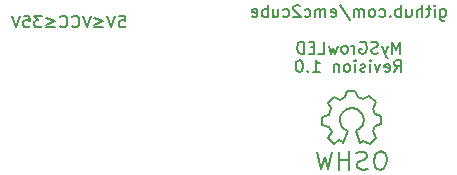
<source format=gbo>
G04 #@! TF.FileFunction,Legend,Bot*
%FSLAX46Y46*%
G04 Gerber Fmt 4.6, Leading zero omitted, Abs format (unit mm)*
G04 Created by KiCad (PCBNEW 4.0.2-stable) date Samedi 23 avril 2016 19:09:36*
%MOMM*%
G01*
G04 APERTURE LIST*
%ADD10C,0.100000*%
%ADD11C,0.150000*%
G04 APERTURE END LIST*
D10*
D11*
X131438095Y-35852381D02*
X131914286Y-35852381D01*
X131961905Y-36328571D01*
X131914286Y-36280952D01*
X131819048Y-36233333D01*
X131580952Y-36233333D01*
X131485714Y-36280952D01*
X131438095Y-36328571D01*
X131390476Y-36423810D01*
X131390476Y-36661905D01*
X131438095Y-36757143D01*
X131485714Y-36804762D01*
X131580952Y-36852381D01*
X131819048Y-36852381D01*
X131914286Y-36804762D01*
X131961905Y-36757143D01*
X131104762Y-35852381D02*
X130771429Y-36852381D01*
X130438095Y-35852381D01*
X129342857Y-36804762D02*
X130104762Y-36804762D01*
X129342857Y-36614286D02*
X130104762Y-36328571D01*
X129342857Y-36042857D01*
X129009524Y-35852381D02*
X128676191Y-36852381D01*
X128342857Y-35852381D01*
X127438095Y-36757143D02*
X127485714Y-36804762D01*
X127628571Y-36852381D01*
X127723809Y-36852381D01*
X127866667Y-36804762D01*
X127961905Y-36709524D01*
X128009524Y-36614286D01*
X128057143Y-36423810D01*
X128057143Y-36280952D01*
X128009524Y-36090476D01*
X127961905Y-35995238D01*
X127866667Y-35900000D01*
X127723809Y-35852381D01*
X127628571Y-35852381D01*
X127485714Y-35900000D01*
X127438095Y-35947619D01*
X126438095Y-36757143D02*
X126485714Y-36804762D01*
X126628571Y-36852381D01*
X126723809Y-36852381D01*
X126866667Y-36804762D01*
X126961905Y-36709524D01*
X127009524Y-36614286D01*
X127057143Y-36423810D01*
X127057143Y-36280952D01*
X127009524Y-36090476D01*
X126961905Y-35995238D01*
X126866667Y-35900000D01*
X126723809Y-35852381D01*
X126628571Y-35852381D01*
X126485714Y-35900000D01*
X126438095Y-35947619D01*
X125247619Y-36804762D02*
X126009524Y-36804762D01*
X125247619Y-36614286D02*
X126009524Y-36328571D01*
X125247619Y-36042857D01*
X124866667Y-35852381D02*
X124247619Y-35852381D01*
X124580953Y-36233333D01*
X124438095Y-36233333D01*
X124342857Y-36280952D01*
X124295238Y-36328571D01*
X124247619Y-36423810D01*
X124247619Y-36661905D01*
X124295238Y-36757143D01*
X124342857Y-36804762D01*
X124438095Y-36852381D01*
X124723810Y-36852381D01*
X124819048Y-36804762D01*
X124866667Y-36757143D01*
X123342857Y-35852381D02*
X123819048Y-35852381D01*
X123866667Y-36328571D01*
X123819048Y-36280952D01*
X123723810Y-36233333D01*
X123485714Y-36233333D01*
X123390476Y-36280952D01*
X123342857Y-36328571D01*
X123295238Y-36423810D01*
X123295238Y-36661905D01*
X123342857Y-36757143D01*
X123390476Y-36804762D01*
X123485714Y-36852381D01*
X123723810Y-36852381D01*
X123819048Y-36804762D01*
X123866667Y-36757143D01*
X123009524Y-35852381D02*
X122676191Y-36852381D01*
X122342857Y-35852381D01*
X158614095Y-35306714D02*
X158614095Y-36116238D01*
X158661714Y-36211476D01*
X158709333Y-36259095D01*
X158804572Y-36306714D01*
X158947429Y-36306714D01*
X159042667Y-36259095D01*
X158614095Y-35925762D02*
X158709333Y-35973381D01*
X158899810Y-35973381D01*
X158995048Y-35925762D01*
X159042667Y-35878143D01*
X159090286Y-35782905D01*
X159090286Y-35497190D01*
X159042667Y-35401952D01*
X158995048Y-35354333D01*
X158899810Y-35306714D01*
X158709333Y-35306714D01*
X158614095Y-35354333D01*
X158137905Y-35973381D02*
X158137905Y-35306714D01*
X158137905Y-34973381D02*
X158185524Y-35021000D01*
X158137905Y-35068619D01*
X158090286Y-35021000D01*
X158137905Y-34973381D01*
X158137905Y-35068619D01*
X157804572Y-35306714D02*
X157423620Y-35306714D01*
X157661715Y-34973381D02*
X157661715Y-35830524D01*
X157614096Y-35925762D01*
X157518858Y-35973381D01*
X157423620Y-35973381D01*
X157090286Y-35973381D02*
X157090286Y-34973381D01*
X156661714Y-35973381D02*
X156661714Y-35449571D01*
X156709333Y-35354333D01*
X156804571Y-35306714D01*
X156947429Y-35306714D01*
X157042667Y-35354333D01*
X157090286Y-35401952D01*
X155756952Y-35306714D02*
X155756952Y-35973381D01*
X156185524Y-35306714D02*
X156185524Y-35830524D01*
X156137905Y-35925762D01*
X156042667Y-35973381D01*
X155899809Y-35973381D01*
X155804571Y-35925762D01*
X155756952Y-35878143D01*
X155280762Y-35973381D02*
X155280762Y-34973381D01*
X155280762Y-35354333D02*
X155185524Y-35306714D01*
X154995047Y-35306714D01*
X154899809Y-35354333D01*
X154852190Y-35401952D01*
X154804571Y-35497190D01*
X154804571Y-35782905D01*
X154852190Y-35878143D01*
X154899809Y-35925762D01*
X154995047Y-35973381D01*
X155185524Y-35973381D01*
X155280762Y-35925762D01*
X154376000Y-35878143D02*
X154328381Y-35925762D01*
X154376000Y-35973381D01*
X154423619Y-35925762D01*
X154376000Y-35878143D01*
X154376000Y-35973381D01*
X153471238Y-35925762D02*
X153566476Y-35973381D01*
X153756953Y-35973381D01*
X153852191Y-35925762D01*
X153899810Y-35878143D01*
X153947429Y-35782905D01*
X153947429Y-35497190D01*
X153899810Y-35401952D01*
X153852191Y-35354333D01*
X153756953Y-35306714D01*
X153566476Y-35306714D01*
X153471238Y-35354333D01*
X152899810Y-35973381D02*
X152995048Y-35925762D01*
X153042667Y-35878143D01*
X153090286Y-35782905D01*
X153090286Y-35497190D01*
X153042667Y-35401952D01*
X152995048Y-35354333D01*
X152899810Y-35306714D01*
X152756952Y-35306714D01*
X152661714Y-35354333D01*
X152614095Y-35401952D01*
X152566476Y-35497190D01*
X152566476Y-35782905D01*
X152614095Y-35878143D01*
X152661714Y-35925762D01*
X152756952Y-35973381D01*
X152899810Y-35973381D01*
X152137905Y-35973381D02*
X152137905Y-35306714D01*
X152137905Y-35401952D02*
X152090286Y-35354333D01*
X151995048Y-35306714D01*
X151852190Y-35306714D01*
X151756952Y-35354333D01*
X151709333Y-35449571D01*
X151709333Y-35973381D01*
X151709333Y-35449571D02*
X151661714Y-35354333D01*
X151566476Y-35306714D01*
X151423619Y-35306714D01*
X151328381Y-35354333D01*
X151280762Y-35449571D01*
X151280762Y-35973381D01*
X150090286Y-34925762D02*
X150947429Y-36211476D01*
X149376000Y-35925762D02*
X149471238Y-35973381D01*
X149661715Y-35973381D01*
X149756953Y-35925762D01*
X149804572Y-35830524D01*
X149804572Y-35449571D01*
X149756953Y-35354333D01*
X149661715Y-35306714D01*
X149471238Y-35306714D01*
X149376000Y-35354333D01*
X149328381Y-35449571D01*
X149328381Y-35544810D01*
X149804572Y-35640048D01*
X148899810Y-35973381D02*
X148899810Y-35306714D01*
X148899810Y-35401952D02*
X148852191Y-35354333D01*
X148756953Y-35306714D01*
X148614095Y-35306714D01*
X148518857Y-35354333D01*
X148471238Y-35449571D01*
X148471238Y-35973381D01*
X148471238Y-35449571D02*
X148423619Y-35354333D01*
X148328381Y-35306714D01*
X148185524Y-35306714D01*
X148090286Y-35354333D01*
X148042667Y-35449571D01*
X148042667Y-35973381D01*
X147137905Y-35925762D02*
X147233143Y-35973381D01*
X147423620Y-35973381D01*
X147518858Y-35925762D01*
X147566477Y-35878143D01*
X147614096Y-35782905D01*
X147614096Y-35497190D01*
X147566477Y-35401952D01*
X147518858Y-35354333D01*
X147423620Y-35306714D01*
X147233143Y-35306714D01*
X147137905Y-35354333D01*
X146756953Y-35068619D02*
X146709334Y-35021000D01*
X146614096Y-34973381D01*
X146376000Y-34973381D01*
X146280762Y-35021000D01*
X146233143Y-35068619D01*
X146185524Y-35163857D01*
X146185524Y-35259095D01*
X146233143Y-35401952D01*
X146804572Y-35973381D01*
X146185524Y-35973381D01*
X145328381Y-35925762D02*
X145423619Y-35973381D01*
X145614096Y-35973381D01*
X145709334Y-35925762D01*
X145756953Y-35878143D01*
X145804572Y-35782905D01*
X145804572Y-35497190D01*
X145756953Y-35401952D01*
X145709334Y-35354333D01*
X145614096Y-35306714D01*
X145423619Y-35306714D01*
X145328381Y-35354333D01*
X144471238Y-35306714D02*
X144471238Y-35973381D01*
X144899810Y-35306714D02*
X144899810Y-35830524D01*
X144852191Y-35925762D01*
X144756953Y-35973381D01*
X144614095Y-35973381D01*
X144518857Y-35925762D01*
X144471238Y-35878143D01*
X143995048Y-35973381D02*
X143995048Y-34973381D01*
X143995048Y-35354333D02*
X143899810Y-35306714D01*
X143709333Y-35306714D01*
X143614095Y-35354333D01*
X143566476Y-35401952D01*
X143518857Y-35497190D01*
X143518857Y-35782905D01*
X143566476Y-35878143D01*
X143614095Y-35925762D01*
X143709333Y-35973381D01*
X143899810Y-35973381D01*
X143995048Y-35925762D01*
X142709333Y-35925762D02*
X142804571Y-35973381D01*
X142995048Y-35973381D01*
X143090286Y-35925762D01*
X143137905Y-35830524D01*
X143137905Y-35449571D01*
X143090286Y-35354333D01*
X142995048Y-35306714D01*
X142804571Y-35306714D01*
X142709333Y-35354333D01*
X142661714Y-35449571D01*
X142661714Y-35544810D01*
X143137905Y-35640048D01*
X155209334Y-39073381D02*
X155209334Y-38073381D01*
X154876000Y-38787667D01*
X154542667Y-38073381D01*
X154542667Y-39073381D01*
X154161715Y-38406714D02*
X153923620Y-39073381D01*
X153685524Y-38406714D02*
X153923620Y-39073381D01*
X154018858Y-39311476D01*
X154066477Y-39359095D01*
X154161715Y-39406714D01*
X153352191Y-39025762D02*
X153209334Y-39073381D01*
X152971238Y-39073381D01*
X152876000Y-39025762D01*
X152828381Y-38978143D01*
X152780762Y-38882905D01*
X152780762Y-38787667D01*
X152828381Y-38692429D01*
X152876000Y-38644810D01*
X152971238Y-38597190D01*
X153161715Y-38549571D01*
X153256953Y-38501952D01*
X153304572Y-38454333D01*
X153352191Y-38359095D01*
X153352191Y-38263857D01*
X153304572Y-38168619D01*
X153256953Y-38121000D01*
X153161715Y-38073381D01*
X152923619Y-38073381D01*
X152780762Y-38121000D01*
X151828381Y-38121000D02*
X151923619Y-38073381D01*
X152066476Y-38073381D01*
X152209334Y-38121000D01*
X152304572Y-38216238D01*
X152352191Y-38311476D01*
X152399810Y-38501952D01*
X152399810Y-38644810D01*
X152352191Y-38835286D01*
X152304572Y-38930524D01*
X152209334Y-39025762D01*
X152066476Y-39073381D01*
X151971238Y-39073381D01*
X151828381Y-39025762D01*
X151780762Y-38978143D01*
X151780762Y-38644810D01*
X151971238Y-38644810D01*
X151352191Y-39073381D02*
X151352191Y-38406714D01*
X151352191Y-38597190D02*
X151304572Y-38501952D01*
X151256953Y-38454333D01*
X151161715Y-38406714D01*
X151066476Y-38406714D01*
X150590286Y-39073381D02*
X150685524Y-39025762D01*
X150733143Y-38978143D01*
X150780762Y-38882905D01*
X150780762Y-38597190D01*
X150733143Y-38501952D01*
X150685524Y-38454333D01*
X150590286Y-38406714D01*
X150447428Y-38406714D01*
X150352190Y-38454333D01*
X150304571Y-38501952D01*
X150256952Y-38597190D01*
X150256952Y-38882905D01*
X150304571Y-38978143D01*
X150352190Y-39025762D01*
X150447428Y-39073381D01*
X150590286Y-39073381D01*
X149923619Y-38406714D02*
X149733143Y-39073381D01*
X149542666Y-38597190D01*
X149352190Y-39073381D01*
X149161714Y-38406714D01*
X148304571Y-39073381D02*
X148780762Y-39073381D01*
X148780762Y-38073381D01*
X147971238Y-38549571D02*
X147637904Y-38549571D01*
X147495047Y-39073381D02*
X147971238Y-39073381D01*
X147971238Y-38073381D01*
X147495047Y-38073381D01*
X147066476Y-39073381D02*
X147066476Y-38073381D01*
X146828381Y-38073381D01*
X146685523Y-38121000D01*
X146590285Y-38216238D01*
X146542666Y-38311476D01*
X146495047Y-38501952D01*
X146495047Y-38644810D01*
X146542666Y-38835286D01*
X146590285Y-38930524D01*
X146685523Y-39025762D01*
X146828381Y-39073381D01*
X147066476Y-39073381D01*
X154733142Y-40623381D02*
X155066476Y-40147190D01*
X155304571Y-40623381D02*
X155304571Y-39623381D01*
X154923618Y-39623381D01*
X154828380Y-39671000D01*
X154780761Y-39718619D01*
X154733142Y-39813857D01*
X154733142Y-39956714D01*
X154780761Y-40051952D01*
X154828380Y-40099571D01*
X154923618Y-40147190D01*
X155304571Y-40147190D01*
X153923618Y-40575762D02*
X154018856Y-40623381D01*
X154209333Y-40623381D01*
X154304571Y-40575762D01*
X154352190Y-40480524D01*
X154352190Y-40099571D01*
X154304571Y-40004333D01*
X154209333Y-39956714D01*
X154018856Y-39956714D01*
X153923618Y-40004333D01*
X153875999Y-40099571D01*
X153875999Y-40194810D01*
X154352190Y-40290048D01*
X153542666Y-39956714D02*
X153304571Y-40623381D01*
X153066475Y-39956714D01*
X152685523Y-40623381D02*
X152685523Y-39956714D01*
X152685523Y-39623381D02*
X152733142Y-39671000D01*
X152685523Y-39718619D01*
X152637904Y-39671000D01*
X152685523Y-39623381D01*
X152685523Y-39718619D01*
X152256952Y-40575762D02*
X152161714Y-40623381D01*
X151971238Y-40623381D01*
X151875999Y-40575762D01*
X151828380Y-40480524D01*
X151828380Y-40432905D01*
X151875999Y-40337667D01*
X151971238Y-40290048D01*
X152114095Y-40290048D01*
X152209333Y-40242429D01*
X152256952Y-40147190D01*
X152256952Y-40099571D01*
X152209333Y-40004333D01*
X152114095Y-39956714D01*
X151971238Y-39956714D01*
X151875999Y-40004333D01*
X151399809Y-40623381D02*
X151399809Y-39956714D01*
X151399809Y-39623381D02*
X151447428Y-39671000D01*
X151399809Y-39718619D01*
X151352190Y-39671000D01*
X151399809Y-39623381D01*
X151399809Y-39718619D01*
X150780762Y-40623381D02*
X150876000Y-40575762D01*
X150923619Y-40528143D01*
X150971238Y-40432905D01*
X150971238Y-40147190D01*
X150923619Y-40051952D01*
X150876000Y-40004333D01*
X150780762Y-39956714D01*
X150637904Y-39956714D01*
X150542666Y-40004333D01*
X150495047Y-40051952D01*
X150447428Y-40147190D01*
X150447428Y-40432905D01*
X150495047Y-40528143D01*
X150542666Y-40575762D01*
X150637904Y-40623381D01*
X150780762Y-40623381D01*
X150018857Y-39956714D02*
X150018857Y-40623381D01*
X150018857Y-40051952D02*
X149971238Y-40004333D01*
X149876000Y-39956714D01*
X149733142Y-39956714D01*
X149637904Y-40004333D01*
X149590285Y-40099571D01*
X149590285Y-40623381D01*
X147828380Y-40623381D02*
X148399809Y-40623381D01*
X148114095Y-40623381D02*
X148114095Y-39623381D01*
X148209333Y-39766238D01*
X148304571Y-39861476D01*
X148399809Y-39909095D01*
X147399809Y-40528143D02*
X147352190Y-40575762D01*
X147399809Y-40623381D01*
X147447428Y-40575762D01*
X147399809Y-40528143D01*
X147399809Y-40623381D01*
X146733143Y-39623381D02*
X146637904Y-39623381D01*
X146542666Y-39671000D01*
X146495047Y-39718619D01*
X146447428Y-39813857D01*
X146399809Y-40004333D01*
X146399809Y-40242429D01*
X146447428Y-40432905D01*
X146495047Y-40528143D01*
X146542666Y-40575762D01*
X146637904Y-40623381D01*
X146733143Y-40623381D01*
X146828381Y-40575762D01*
X146876000Y-40528143D01*
X146923619Y-40432905D01*
X146971238Y-40242429D01*
X146971238Y-40004333D01*
X146923619Y-39813857D01*
X146876000Y-39718619D01*
X146828381Y-39671000D01*
X146733143Y-39623381D01*
X149461220Y-47393860D02*
X149100540Y-48864520D01*
X149100540Y-48864520D02*
X148821140Y-47802800D01*
X148821140Y-47802800D02*
X148511260Y-48874680D01*
X148511260Y-48874680D02*
X148170900Y-47424340D01*
X150881080Y-48084740D02*
X150091140Y-48074580D01*
X150091140Y-48074580D02*
X150080980Y-48084740D01*
X150080980Y-48084740D02*
X150080980Y-48074580D01*
X150040340Y-47363380D02*
X150040340Y-48905160D01*
X150929340Y-47353220D02*
X150929340Y-48922940D01*
X150929340Y-48922940D02*
X150919180Y-48912780D01*
X151480520Y-47454820D02*
X151831040Y-47373540D01*
X151831040Y-47373540D02*
X152151080Y-47363380D01*
X152151080Y-47363380D02*
X152389840Y-47564040D01*
X152389840Y-47564040D02*
X152420320Y-47833280D01*
X152420320Y-47833280D02*
X152179020Y-48074580D01*
X152179020Y-48074580D02*
X151790400Y-48204120D01*
X151790400Y-48204120D02*
X151610060Y-48364140D01*
X151610060Y-48364140D02*
X151569420Y-48663860D01*
X151569420Y-48663860D02*
X151800560Y-48884840D01*
X151800560Y-48884840D02*
X152120600Y-48912780D01*
X152120600Y-48912780D02*
X152471120Y-48803560D01*
X153509980Y-47353220D02*
X153758900Y-47373540D01*
X153758900Y-47373540D02*
X154000200Y-47614840D01*
X154000200Y-47614840D02*
X154089100Y-48105060D01*
X154089100Y-48105060D02*
X154061160Y-48453040D01*
X154061160Y-48453040D02*
X153860500Y-48773080D01*
X153860500Y-48773080D02*
X153609040Y-48895000D01*
X153609040Y-48895000D02*
X153299160Y-48823880D01*
X153299160Y-48823880D02*
X153080720Y-48643540D01*
X153080720Y-48643540D02*
X153009600Y-48183800D01*
X153009600Y-48183800D02*
X153060400Y-47774860D01*
X153060400Y-47774860D02*
X153169620Y-47492920D01*
X153169620Y-47492920D02*
X153530300Y-47363380D01*
X152910540Y-45633640D02*
X153169620Y-46194980D01*
X153169620Y-46194980D02*
X152631140Y-46713140D01*
X152631140Y-46713140D02*
X152110440Y-46443900D01*
X152110440Y-46443900D02*
X151831040Y-46603920D01*
X150390860Y-46583600D02*
X150060660Y-46393100D01*
X150060660Y-46393100D02*
X149621240Y-46723300D01*
X149621240Y-46723300D02*
X149148800Y-46233080D01*
X149148800Y-46233080D02*
X149430740Y-45753020D01*
X149430740Y-45753020D02*
X149240240Y-45283120D01*
X149240240Y-45283120D02*
X148630640Y-45095160D01*
X148630640Y-45095160D02*
X148630640Y-44414440D01*
X148630640Y-44414440D02*
X149189440Y-44274740D01*
X149189440Y-44274740D02*
X149390100Y-43703240D01*
X149390100Y-43703240D02*
X149120860Y-43233340D01*
X149120860Y-43233340D02*
X149590760Y-42722800D01*
X149590760Y-42722800D02*
X150108920Y-42984420D01*
X150108920Y-42984420D02*
X150578820Y-42783760D01*
X150578820Y-42783760D02*
X150749000Y-42242740D01*
X150749000Y-42242740D02*
X151439880Y-42224960D01*
X151439880Y-42224960D02*
X151650700Y-42773600D01*
X151650700Y-42773600D02*
X152069800Y-42943780D01*
X152069800Y-42943780D02*
X152620980Y-42674540D01*
X152620980Y-42674540D02*
X153139140Y-43202860D01*
X153139140Y-43202860D02*
X152890220Y-43743880D01*
X152890220Y-43743880D02*
X153060400Y-44223940D01*
X153060400Y-44223940D02*
X153609040Y-44323000D01*
X153609040Y-44323000D02*
X153619200Y-45024040D01*
X153619200Y-45024040D02*
X153060400Y-45224700D01*
X153060400Y-45224700D02*
X152920700Y-45623480D01*
X150779480Y-45603160D02*
X150479760Y-45453300D01*
X150479760Y-45453300D02*
X150279100Y-45255180D01*
X150279100Y-45255180D02*
X150129240Y-44853860D01*
X150129240Y-44853860D02*
X150129240Y-44455080D01*
X150129240Y-44455080D02*
X150279100Y-44104560D01*
X150279100Y-44104560D02*
X150731220Y-43754040D01*
X150731220Y-43754040D02*
X151180800Y-43703240D01*
X151180800Y-43703240D02*
X151579580Y-43804840D01*
X151579580Y-43804840D02*
X151980900Y-44152820D01*
X151980900Y-44152820D02*
X152130760Y-44604940D01*
X152130760Y-44604940D02*
X152079960Y-45102780D01*
X152079960Y-45102780D02*
X151831040Y-45405040D01*
X151831040Y-45405040D02*
X151480520Y-45603160D01*
X151480520Y-45603160D02*
X151831040Y-46603920D01*
X150779480Y-45603160D02*
X150380700Y-46603920D01*
M02*

</source>
